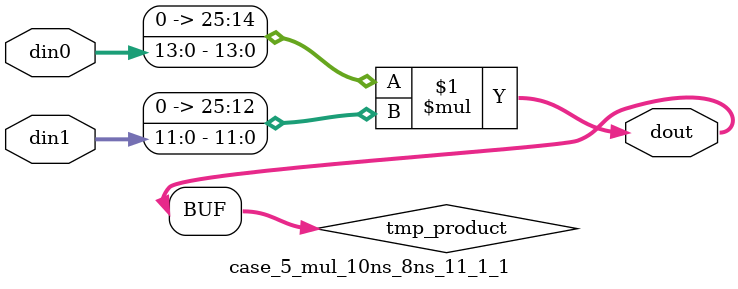
<source format=v>

`timescale 1 ns / 1 ps

 (* use_dsp = "no" *)  module case_5_mul_10ns_8ns_11_1_1(din0, din1, dout);
parameter ID = 1;
parameter NUM_STAGE = 0;
parameter din0_WIDTH = 14;
parameter din1_WIDTH = 12;
parameter dout_WIDTH = 26;

input [din0_WIDTH - 1 : 0] din0; 
input [din1_WIDTH - 1 : 0] din1; 
output [dout_WIDTH - 1 : 0] dout;

wire signed [dout_WIDTH - 1 : 0] tmp_product;
























assign tmp_product = $signed({1'b0, din0}) * $signed({1'b0, din1});











assign dout = tmp_product;





















endmodule

</source>
